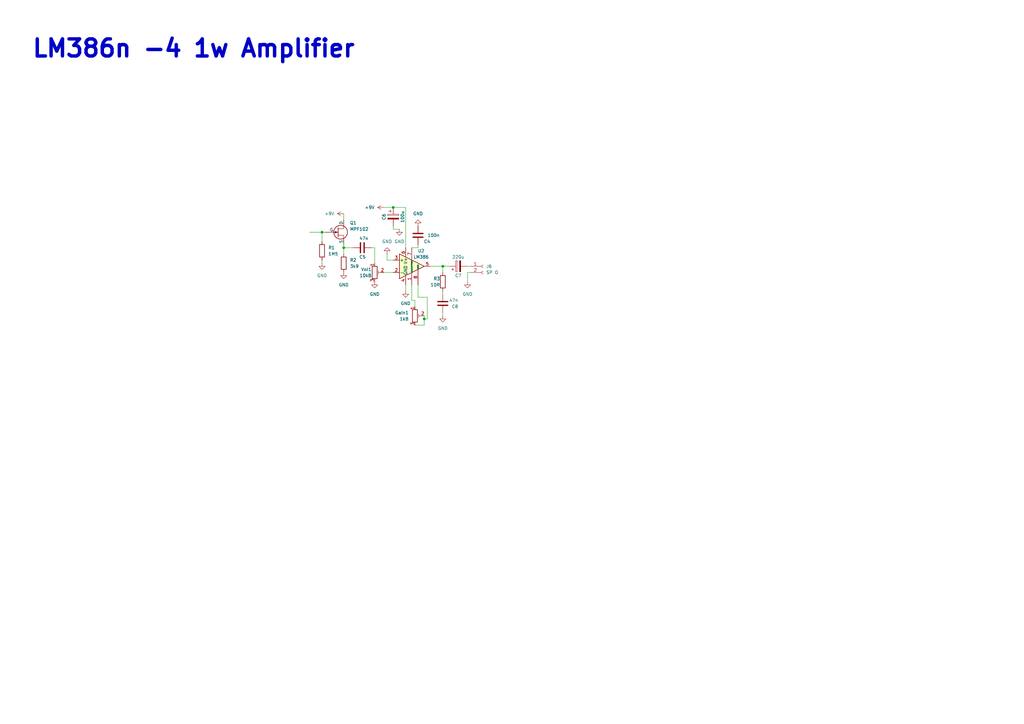
<source format=kicad_sch>
(kicad_sch (version 20230121) (generator eeschema)
  (paper "A3")
  (lib_symbols
    (symbol "Amplifier_Audio:LM386" (pin_names (offset 0.127))
      (property "Reference" "U" (at 1.27 7.62 0))
      (property "Value" "LM386" (at 1.27 5.08 0))
      (symbol "LM386_0_1"
        (polyline (pts (xy 5.08 0) (xy -5.08 5.08) (xy -5.08 -5.08) (xy 5.08 0)) (stroke (width 0.254)) (fill (type background)))
      )
      (symbol "LM386_1_1"
        (pin input line (at 0 -7.62 90) (length 5.08) (name "GAIN") (number "1"))
        (pin input line (at -7.62 -2.54 0) (length 2.54) (name "-") (number "2"))
        (pin input line (at -7.62 2.54 0) (length 2.54) (name "+") (number "3"))
        (pin power_in line (at -2.54 -7.62 90) (length 3.81) (name "GND") (number "4"))
        (pin output line (at 7.62 0 180) (length 2.54) (name "~") (number "5"))
        (pin power_in line (at -2.54 7.62 270) (length 3.81) (name "V+") (number "6"))
        (pin input line (at 0 7.62 270) (length 5.08) (name "BYPASS") (number "7"))
        (pin input line (at 2.54 -7.62 90) (length 6.35) (name "GAIN") (number "8"))
      )
    )
    (symbol "Connector:Conn_01x02_Socket" (pin_names (offset 1.016) hide)
      (property "Reference" "J" (at 0 2.54 0))
      (property "Value" "Conn_01x02_Socket" (at 0 -5.08 0))
      (symbol "Conn_01x02_Socket_1_1"
        (arc (start 0 -2.032) (mid -0.5058 -2.54) (end 0 -3.048) (stroke (width 0.1524)))
        (polyline (pts (xy -1.27 -2.54) (xy -0.508 -2.54)) (stroke (width 0.1524)))
        (polyline (pts (xy -1.27 0) (xy -0.508 0)) (stroke (width 0.1524)))
        (arc (start 0 0.508) (mid -0.5058 0) (end 0 -0.508) (stroke (width 0.1524)))
        (pin passive line (at -5.08 0 0) (length 3.81) (name "Pin_1") (number "1"))
        (pin passive line (at -5.08 -2.54 0) (length 3.81) (name "Pin_2") (number "2"))
      )
    )
    (symbol "Device:C" (pin_numbers hide) (pin_names (offset 0.254))
      (property "Reference" "C" (at 0.635 2.54 0))
      (property "Value" "C" (at 0.635 -2.54 0))
      (symbol "C_0_1"
        (polyline (pts (xy -2.032 -0.762) (xy 2.032 -0.762)) (stroke (width 0.508)))
        (polyline (pts (xy -2.032 0.762) (xy 2.032 0.762)) (stroke (width 0.508)))
      )
      (symbol "C_1_1"
        (pin passive line (at 0 3.81 270) (length 2.794) (name "~") (number "1"))
        (pin passive line (at 0 -3.81 90) (length 2.794) (name "~") (number "2"))
      )
    )
    (symbol "Device:C_Polarized" (pin_numbers hide) (pin_names (offset 0.254))
      (property "Reference" "C" (at 0.635 2.54 0))
      (property "Value" "C_Polarized" (at 0.635 -2.54 0))
      (symbol "C_Polarized_0_1"
        (rectangle (start -2.286 0.508) (end 2.286 1.016))
        (polyline (pts (xy -1.778 2.286) (xy -0.762 2.286)))
        (polyline (pts (xy -1.27 2.794) (xy -1.27 1.778)))
        (rectangle (start 2.286 -0.508) (end -2.286 -1.016) (fill (type outline)))
      )
      (symbol "C_Polarized_1_1"
        (pin passive line (at 0 3.81 270) (length 2.794) (name "~") (number "1"))
        (pin passive line (at 0 -3.81 90) (length 2.794) (name "~") (number "2"))
      )
    )
    (symbol "Device:R" (pin_numbers hide) (pin_names (offset 0))
      (property "Reference" "R" (at 2.032 0 90))
      (property "Value" "R" (at 0 0 90))
      (symbol "R_0_1"
        (rectangle (start -1.016 -2.54) (end 1.016 2.54) (stroke (width 0.254)))
      )
      (symbol "R_1_1"
        (pin passive line (at 0 3.81 270) (length 1.27) (name "~") (number "1"))
        (pin passive line (at 0 -3.81 90) (length 1.27) (name "~") (number "2"))
      )
    )
    (symbol "Device:R_Potentiometer_Trim" (pin_names (offset 1.016) hide)
      (property "Reference" "RV" (at -4.445 0 90))
      (property "Value" "R_Potentiometer_Trim" (at -2.54 0 90))
      (symbol "R_Potentiometer_Trim_0_1"
        (polyline (pts (xy 1.524 0.762) (xy 1.524 -0.762)))
        (polyline (pts (xy 2.54 0) (xy 1.524 0)))
        (rectangle (start 1.016 2.54) (end -1.016 -2.54) (stroke (width 0.254)))
      )
      (symbol "R_Potentiometer_Trim_1_1"
        (pin passive line (at 0 3.81 270) (length 1.27) (name "1") (number "1"))
        (pin passive line (at 3.81 0 180) (length 1.27) (name "2") (number "2"))
        (pin passive line (at 0 -3.81 90) (length 1.27) (name "3") (number "3"))
      )
    )
    (symbol "Simulation_SPICE:NJFET" (pin_numbers hide) (pin_names (offset 0))
      (property "Reference" "Q1" (at 5.08 3.81 0))
      (property "Value" "MPF102" (at 5.08 1.27 0))
      (symbol "NJFET_0_1"
        (polyline (pts (xy 0.254 1.905) (xy 0.254 -1.905) (xy 0.254 -1.905)) (stroke (width 0.254)))
        (polyline (pts (xy 2.54 -2.54) (xy 2.54 -1.27) (xy 0.254 -1.27)))
        (polyline (pts (xy 2.54 2.54) (xy 2.54 1.397) (xy 0.254 1.397)))
        (polyline (pts (xy 0 0) (xy -1.016 0.381) (xy -1.016 -0.381) (xy 0 0)) (fill (type outline)))
        (circle (center 1.27 0) (radius 2.8194) (stroke (width 0.254)))
      )
      (symbol "NJFET_1_1"
        (pin passive line (at 2.54 5.08 270) (length 2.54) (name "D") (number "1"))
        (pin passive line (at 2.54 -5.08 90) (length 2.54) (name "S") (number "2"))
        (pin input line (at -5.08 0 0) (length 5.334) (name "G") (number "3"))
      )
    )
    (symbol "power:+9V" (power) (pin_names (offset 0))
      (property "Value" "+9V" (at 0 3.556 0))
      (symbol "+9V_0_1"
        (polyline (pts (xy -0.762 1.27) (xy 0 2.54)))
        (polyline (pts (xy 0 0) (xy 0 2.54)))
        (polyline (pts (xy 0 2.54) (xy 0.762 1.27)))
      )
      (symbol "+9V_1_1"
        (pin power_in line (at 0 0 90) (length 0) hide (name "+9V") (number "1"))
      )
    )
    (symbol "power:GND" (power) (pin_names (offset 0))
      (property "Value" "GND" (at 0 -3.81 0))
      (symbol "GND_0_1"
        (polyline (pts (xy 0 0) (xy 0 -1.27) (xy 1.27 -1.27) (xy 0 -2.54) (xy -1.27 -1.27) (xy 0 -1.27)))
      )
      (symbol "GND_1_1"
        (pin power_in line (at 0 0 270) (length 0) hide (name "GND") (number "1"))
      )
    )
  )
  (junction (at 132.08 95.25))
  (junction (at 181.61 109.22))
  (junction (at 173.99 130.81))
  (junction (at 161.29 85.09))
  (junction (at 140.97 101.6))
  (wire (pts (xy 191.77 111.76) (xy 191.77 115.57)))
  (wire (pts (xy 173.99 130.81) (xy 175.26 130.81)))
  (wire (pts (xy 168.91 123.19) (xy 170.18 123.19)))
  (wire (pts (xy 132.08 95.25) (xy 132.08 99.06)))
  (wire (pts (xy 161.29 85.09) (xy 166.37 85.09)))
  (wire (pts (xy 168.91 116.84) (xy 168.91 123.19)))
  (wire (pts (xy 157.48 85.09) (xy 161.29 85.09)))
  (wire (pts (xy 166.37 101.6) (xy 166.37 85.09)))
  (wire (pts (xy 158.75 104.14) (xy 158.75 106.68)))
  (wire (pts (xy 175.26 130.81) (xy 175.26 121.92)))
  (wire (pts (xy 181.61 119.38) (xy 181.61 120.65)))
  (wire (pts (xy 170.18 133.35) (xy 173.99 133.35)))
  (wire (pts (xy 181.61 109.22) (xy 176.53 109.22)))
  (wire (pts (xy 132.08 106.68) (xy 132.08 107.95)))
  (wire (pts (xy 181.61 111.76) (xy 181.61 109.22)))
  (wire (pts (xy 181.61 128.27) (xy 181.61 129.54)))
  (wire (pts (xy 133.35 95.25) (xy 132.08 95.25)))
  (wire (pts (xy 193.04 111.76) (xy 191.77 111.76)))
  (wire (pts (xy 163.83 93.98) (xy 161.29 93.98)))
  (wire (pts (xy 157.48 111.76) (xy 161.29 111.76)))
  (wire (pts (xy 191.77 109.22) (xy 193.04 109.22)))
  (wire (pts (xy 173.99 133.35) (xy 173.99 130.81)))
  (wire (pts (xy 175.26 121.92) (xy 171.45 121.92)))
  (wire (pts (xy 171.45 121.92) (xy 171.45 116.84)))
  (wire (pts (xy 161.29 93.98) (xy 161.29 92.71)))
  (wire (pts (xy 152.4 101.6) (xy 153.67 101.6)))
  (wire (pts (xy 127 95.25) (xy 132.08 95.25)))
  (wire (pts (xy 140.97 100.33) (xy 140.97 101.6)))
  (wire (pts (xy 153.67 101.6) (xy 153.67 107.95)))
  (wire (pts (xy 168.91 101.6) (xy 171.45 101.6)))
  (wire (pts (xy 161.29 106.68) (xy 158.75 106.68)))
  (wire (pts (xy 140.97 101.6) (xy 140.97 104.14)))
  (wire (pts (xy 173.99 130.81) (xy 173.99 129.54)))
  (wire (pts (xy 181.61 109.22) (xy 184.15 109.22)))
  (wire (pts (xy 166.37 116.84) (xy 166.37 119.38)))
  (wire (pts (xy 170.18 123.19) (xy 170.18 125.73)))
  (wire (pts (xy 171.45 101.6) (xy 171.45 100.33)))
  (wire (pts (xy 140.97 87.63) (xy 140.97 90.17)))
  (wire (pts (xy 140.97 101.6) (xy 144.78 101.6)))
  (text "LM386n -4 1w Amplifier" (at 12.7 24.13 0) (effects (font (size 7 7) (thickness 1.4) bold) (justify left bottom)))
  (symbol (lib_id "power:GND") (at 158.75 104.14 180) (unit 1)
    (property "Reference" "#PWR061" (effects hide))
    (property "Value" "GND" (at 158.75 99.06 0))
  )
  (symbol (lib_id "power:GND") (at 181.61 129.54 0) (unit 1)
    (property "Reference" "#PWR064" (effects hide))
    (property "Value" "GND" (at 181.61 134.62 0))
  )
  (symbol (lib_id "Device:R") (at 181.61 115.57 0) (unit 1)
    (property "Reference" "R3" (at 177.8 114.3 0) (effects (justify left)))
    (property "Value" "10R" (at 176.53 116.84 0) (effects (justify left)))
    (property "Footprint" "Capacitor_SMD:C_0201_0603Metric_Pad0.64x0.40mm_HandSolder" (effects hide))
    (instances (project "AFPI Device V1.1" (path "" (reference "R3") (unit 1))) (project "AFPI V2" (path "" (reference "R21") (unit 1))))
  )
  (symbol (lib_id "Simulation_SPICE:NJFET") (at 138.43 95.25 0) (unit 1)
    (property "Reference" "Q1" (at 143.51 91.44 0) (effects (justify left)))
    (property "Value" "MPF102" (at 143.51 93.98 0) (effects (justify left)))
    (property "Footprint" "Package_TO_SOT_THT:TO-92" (effects hide))
    (property "Sim.Device" "NJFET" (effects hide))
    (property "Sim.Type" "SHICHMANHODGES" (effects hide))
    (property "Sim.Pins" "1=D 2=G 3=S" (effects hide))
    (instances (project "AFPI Device V1.1" (path "" (reference "Q1") (unit 1))) (project "AFPI V2" (path "" (reference "Q2") (unit 1))))
  )
  (symbol (lib_id "Device:C") (at 171.45 96.52 180) (unit 1)
    (property "Reference" "C4" (at 176.53 99.06 0) (effects (justify left)))
    (property "Value" "100n" (at 180.34 96.52 0) (effects (justify left)))
    (property "Footprint" "Capacitor_SMD:C_0201_0603Metric_Pad0.64x0.40mm_HandSolder" (effects hide))
    (instances (project "AFPI Device V1.1" (path "" (reference "C4") (unit 1))) (project "AFPI V2" (path "" (reference "C55") (unit 1))))
  )
  (symbol (lib_id "Amplifier_Audio:LM386") (at 168.91 109.22 0) (unit 1)
    (property "Reference" "U2" (at 172.72 102.87 0))
    (property "Value" "LM386" (at 172.72 105.41 0))
    (property "Footprint" "Package_DIP:DIP-8_W7.62mm" (effects hide))
    (property "Datasheet" "http://www.ti.com/lit/ds/symlink/lm386.pdf" (effects hide))
    (instances (project "AFPI Device V1.1" (path "" (reference "U2") (unit 1))) (project "AFPI V2" (path "" (reference "U10") (unit 1))))
  )
  (symbol (lib_id "Device:R") (at 132.08 102.87 0) (unit 1)
    (property "Reference" "R1" (at 134.62 101.6 0) (effects (justify left)))
    (property "Value" "1M5" (at 134.62 104.14 0) (effects (justify left)))
    (property "Footprint" "Capacitor_SMD:C_0201_0603Metric_Pad0.64x0.40mm_HandSolder" (effects hide))
    (instances (project "AFPI Device V1.1" (path "" (reference "R1") (unit 1))) (project "AFPI V2" (path "" (reference "R19") (unit 1))))
  )
  (symbol (lib_id "power:GND") (at 163.83 93.98 0) (unit 1)
    (property "Reference" "#PWR060" (effects hide))
    (property "Value" "GND" (at 163.83 99.06 0))
  )
  (symbol (lib_id "Device:C") (at 181.61 124.46 180) (unit 1)
    (property "Reference" "C8" (at 187.96 125.73 0) (effects (justify left)))
    (property "Value" "47n" (at 187.96 123.19 0) (effects (justify left)))
    (property "Footprint" "Capacitor_SMD:C_0201_0603Metric_Pad0.64x0.40mm_HandSolder" (effects hide))
    (instances (project "AFPI Device V1.1" (path "" (reference "C8") (unit 1))) (project "AFPI V2" (path "" (reference "C56") (unit 1))))
  )
  (symbol (lib_id "Device:C_Polarized") (at 187.96 109.22 90) (unit 1)
    (property "Reference" "C7" (at 187.96 113.03 90))
    (property "Value" "220u" (at 187.96 105.41 90))
    (property "Footprint" "Capacitor_SMD:C_0201_0603Metric_Pad0.64x0.40mm_HandSolder" (effects hide))
    (instances (project "AFPI Device V1.1" (path "" (reference "C7") (unit 1))) (project "AFPI V2" (path "" (reference "C57") (unit 1))))
  )
  (symbol (lib_id "power:GND") (at 153.67 115.57 0) (unit 1)
    (property "Reference" "#PWR058" (effects hide))
    (property "Value" "GND" (at 153.67 120.65 0))
  )
  (symbol (lib_id "power:GND") (at 166.37 119.38 0) (unit 1)
    (property "Reference" "#PWR063" (effects hide))
    (property "Value" "GND" (at 166.37 124.46 0))
  )
  (symbol (lib_id "power:GND") (at 132.08 107.95 0) (unit 1)
    (property "Reference" "#PWR056" (effects hide))
    (property "Value" "GND" (at 132.08 113.03 0))
  )
  (symbol (lib_id "power:GND") (at 171.45 92.71 180) (unit 1)
    (property "Reference" "#PWR066" (effects hide))
    (property "Value" "GND" (at 171.45 87.63 0))
  )
  (symbol (lib_id "Device:R") (at 140.97 107.95 0) (unit 1)
    (property "Reference" "R2" (at 143.51 106.68 0) (effects (justify left)))
    (property "Value" "3k9" (at 143.51 109.22 0) (effects (justify left)))
    (property "Footprint" "Capacitor_SMD:C_0201_0603Metric_Pad0.64x0.40mm_HandSolder" (effects hide))
    (instances (project "AFPI Device V1.1" (path "" (reference "R2") (unit 1))) (project "AFPI V2" (path "" (reference "R20") (unit 1))))
  )
  (symbol (lib_id "Device:R_Potentiometer_Trim") (at 170.18 129.54 0) (unit 1)
    (property "Reference" "Gain1" (at 167.64 128.27 0) (effects (justify right)))
    (property "Value" "1kB" (at 167.64 130.81 0) (effects (justify right)))
    (property "Footprint" "Potentiometer_THT:Potentiometer_Piher_PT-6-V_Vertical" (effects hide))
  )
  (symbol (lib_id "power:+9V") (at 157.48 85.09 90) (unit 1)
    (property "Reference" "#PWR018" (effects hide))
    (property "Value" "+9V" (at 153.67 85.09 90) (effects (justify left)))
    (instances (project "AFPI Device V1.1" (path "" (reference "#PWR018") (unit 1))) (project "AFPI V2" (path "" (reference "#PWR062") (unit 1))))
  )
  (symbol (lib_id "power:GND") (at 140.97 111.76 0) (unit 1)
    (property "Reference" "#PWR057" (effects hide))
    (property "Value" "GND" (at 140.97 116.84 0))
  )
  (symbol (lib_id "Device:C") (at 148.59 101.6 270) (unit 1)
    (property "Reference" "C5" (at 147.32 105.41 90) (effects (justify left)))
    (property "Value" "47n" (at 147.32 97.79 90) (effects (justify left)))
    (property "Footprint" "Capacitor_SMD:C_0201_0603Metric_Pad0.64x0.40mm_HandSolder" (effects hide))
    (instances (project "AFPI Device V1.1" (path "" (reference "C5") (unit 1))) (project "AFPI V2" (path "" (reference "C10") (unit 1))))
  )
  (symbol (lib_id "Device:R_Potentiometer_Trim") (at 153.67 111.76 0) (unit 1)
    (property "Reference" "Vol1" (at 152.4 110.49 0) (effects (justify right)))
    (property "Value" "10kB" (at 152.4 113.03 0) (effects (justify right)))
    (property "Footprint" "Potentiometer_THT:Potentiometer_Piher_PT-6-V_Vertical" (effects hide))
  )
  (symbol (lib_id "Device:C_Polarized") (at 161.29 88.9 0) (unit 1)
    (property "Reference" "C6" (at 157.48 88.9 90))
    (property "Value" "100u" (at 165.1 88.9 90))
    (property "Footprint" "Capacitor_SMD:C_0201_0603Metric_Pad0.64x0.40mm_HandSolder" (effects hide))
    (instances (project "AFPI Device V1.1" (path "" (reference "C6") (unit 1))) (project "AFPI V2" (path "" (reference "C54") (unit 1))))
  )
  (symbol (lib_id "power:GND") (at 191.77 115.57 0) (unit 1)
    (property "Reference" "#PWR065" (effects hide))
    (property "Value" "GND" (at 191.77 120.65 0))
  )
  (symbol (lib_id "Connector:Conn_01x02_Socket") (at 198.12 109.22 0) (unit 1)
    (property "Reference" "J6" (at 199.39 109.22 0) (effects (justify left)))
    (property "Value" "SP O" (at 199.39 111.76 0) (effects (justify left)))
    (property "Footprint" "AFPI Device Library:JST 1.25mm THT 01x02" (effects hide))
    (instances (project "AFPI Device V1.1" (path "" (reference "J6") (unit 1))) (project "AFPI V2" (path "" (reference "J7") (unit 1))))
  )
  (symbol (lib_id "power:+9V") (at 140.97 87.63 90) (unit 1)
    (property "Reference" "#PWR012" (effects hide))
    (property "Value" "+9V" (at 137.16 87.63 90) (effects (justify left)))
    (instances (project "AFPI Device V1.1" (path "" (reference "#PWR012") (unit 1))) (project "AFPI V2" (path "" (reference "#PWR059") (unit 1))))
  )
)
</source>
